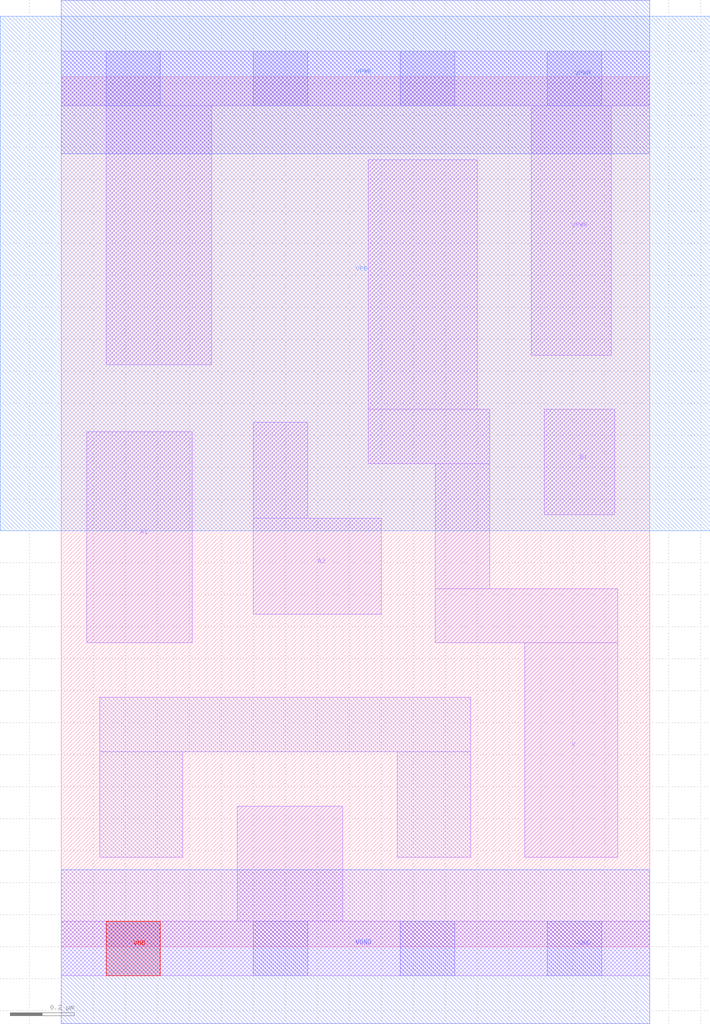
<source format=lef>
VERSION 5.7 ;
  NOWIREEXTENSIONATPIN ON ;
  DIVIDERCHAR "/" ;
  BUSBITCHARS "[]" ;
MACRO sky130_vsdo21ai_1x
  CLASS CORE ;
  FOREIGN sky130_vsdo21ai_1x ;
  ORIGIN 0.000 0.000 ;
  SIZE 1.840 BY 2.720 ;
  SYMMETRY X Y R90 ;
  SITE unithd ;
  PIN A1
    DIRECTION INPUT ;
    USE SIGNAL ;
    ANTENNAGATEAREA 0.159000 ;
    PORT
      LAYER li1 ;
        RECT 0.080 0.950 0.410 1.610 ;
    END
  END A1
  PIN A2
    DIRECTION INPUT ;
    USE SIGNAL ;
    ANTENNAGATEAREA 0.159000 ;
    PORT
      LAYER li1 ;
        RECT 0.600 1.340 0.770 1.640 ;
        RECT 0.600 1.040 1.000 1.340 ;
    END
  END A2
  PIN B1
    DIRECTION INPUT ;
    USE SIGNAL ;
    ANTENNAGATEAREA 0.159000 ;
    PORT
      LAYER li1 ;
        RECT 1.510 1.350 1.730 1.680 ;
    END
  END B1
  PIN VGND
    DIRECTION INOUT ;
    USE GROUND ;
    SHAPE ABUTMENT ;
    PORT
      LAYER li1 ;
        RECT 0.550 0.080 0.880 0.440 ;
        RECT 0.000 -0.090 1.840 0.080 ;
      LAYER mcon ;
        RECT 0.140 -0.090 0.310 0.080 ;
        RECT 0.600 -0.090 0.770 0.080 ;
        RECT 1.060 -0.090 1.230 0.080 ;
        RECT 1.520 -0.090 1.690 0.080 ;
      LAYER met1 ;
        RECT 0.000 -0.240 1.840 0.240 ;
    END
  END VGND
  PIN VNB
    DIRECTION INOUT ;
    USE GROUND ;
    PORT
      LAYER pwell ;
        RECT 0.140 -0.090 0.310 0.080 ;
    END
  END VNB
  PIN VPB
    DIRECTION INOUT ;
    USE POWER ;
    PORT
      LAYER nwell ;
        RECT -0.190 1.300 2.030 2.910 ;
    END
  END VPB
  PIN VPWR
    DIRECTION INOUT ;
    USE POWER ;
    SHAPE ABUTMENT ;
    PORT
      LAYER li1 ;
        RECT 0.000 2.630 1.840 2.800 ;
        RECT 0.140 1.820 0.470 2.630 ;
        RECT 1.470 1.850 1.720 2.630 ;
      LAYER mcon ;
        RECT 0.140 2.630 0.310 2.800 ;
        RECT 0.600 2.630 0.770 2.800 ;
        RECT 1.060 2.630 1.230 2.800 ;
        RECT 1.520 2.630 1.690 2.800 ;
      LAYER met1 ;
        RECT 0.000 2.480 1.840 2.960 ;
    END
  END VPWR
  PIN Y
    DIRECTION OUTPUT ;
    USE SIGNAL ;
    ANTENNADIFFAREA 0.299000 ;
    PORT
      LAYER li1 ;
        RECT 0.960 1.680 1.300 2.460 ;
        RECT 0.960 1.510 1.340 1.680 ;
        RECT 1.170 1.120 1.340 1.510 ;
        RECT 1.170 0.950 1.740 1.120 ;
        RECT 1.450 0.280 1.740 0.950 ;
    END
  END Y
  OBS
      LAYER li1 ;
        RECT 0.120 0.610 1.280 0.780 ;
        RECT 0.120 0.280 0.380 0.610 ;
        RECT 1.050 0.280 1.280 0.610 ;
  END
END sky130_vsdo21ai_1x
END LIBRARY


</source>
